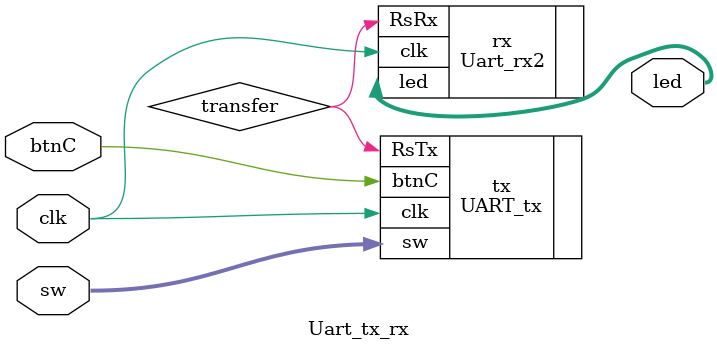
<source format=v>
`timescale 1ns / 1ps


module Uart_tx_rx(
    input clk,
    input btnC,
    input [7:0] sw,
    output [7:0] led
    );
    
    wire transfer;
    
    
    
    UART_tx tx( .clk(clk), .sw(sw),.RsTx(transfer),.btnC(btnC)); 
    
    Uart_rx2  rx(.clk(clk), .led(led),.RsRx(transfer));
    
    
    
    
    
endmodule

</source>
